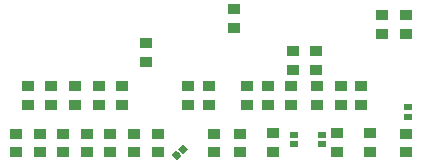
<source format=gtp>
G04 #@! TF.GenerationSoftware,KiCad,Pcbnew,(5.0.0-rc2-dev-707-g2ed24a4)*
G04 #@! TF.CreationDate,2018-05-18T15:55:42+01:00*
G04 #@! TF.ProjectId,pcie-probing-riser,706369652D70726F62696E672D726973,rev?*
G04 #@! TF.SameCoordinates,Original*
G04 #@! TF.FileFunction,Paste,Top*
G04 #@! TF.FilePolarity,Positive*
%FSLAX46Y46*%
G04 Gerber Fmt 4.6, Leading zero omitted, Abs format (unit mm)*
G04 Created by KiCad (PCBNEW (5.0.0-rc2-dev-707-g2ed24a4)) date Friday, 18 May 2018 at 15:55:42*
%MOMM*%
%LPD*%
G01*
G04 APERTURE LIST*
%ADD10R,1.000000X0.820000*%
%ADD11C,0.575000*%
%ADD12C,0.100000*%
%ADD13R,0.650000X0.575000*%
G04 APERTURE END LIST*
D10*
X0Y8200000D03*
X0Y9800000D03*
X1000000Y12200000D03*
X1000000Y13800000D03*
X2000000Y8200000D03*
X2000000Y9800000D03*
X3000000Y12200000D03*
X3000000Y13800000D03*
X4000000Y8200000D03*
X4000000Y9800000D03*
X5000000Y12200000D03*
X5000000Y13800000D03*
X6000000Y8200000D03*
X6000000Y9800000D03*
X7000000Y12200000D03*
X7000000Y13800000D03*
X8000000Y8200000D03*
X8000000Y9800000D03*
X9000000Y12200000D03*
X9000000Y13800000D03*
X10000000Y8200000D03*
X10000000Y9800000D03*
X11000000Y15900000D03*
X11000000Y17500000D03*
X12000000Y8200000D03*
X12000000Y9800000D03*
X14605000Y12200000D03*
X14605000Y13800000D03*
X16383000Y12200000D03*
X16383000Y13800000D03*
X16750000Y8200000D03*
X16750000Y9800000D03*
X18500000Y18750000D03*
X18500000Y20350000D03*
X19000000Y8200000D03*
X19000000Y9800000D03*
X19558000Y12250000D03*
X19558000Y13850000D03*
X21336000Y12200000D03*
X21336000Y13800000D03*
X21750000Y8250000D03*
X21750000Y9850000D03*
X23317200Y12192000D03*
X23317200Y13792000D03*
X23495000Y15202000D03*
X23495000Y16802000D03*
X25400000Y15200000D03*
X25400000Y16800000D03*
X25501600Y12204800D03*
X25501600Y13804800D03*
X27178000Y8250000D03*
X27178000Y9850000D03*
X27500000Y12200000D03*
X27500000Y13800000D03*
X29250000Y12200000D03*
X29250000Y13800000D03*
X30000000Y8250000D03*
X30000000Y9850000D03*
X31000000Y18200000D03*
X31000000Y19800000D03*
X33000000Y18200000D03*
X33000000Y19800000D03*
X33000000Y8200000D03*
X33000000Y9800000D03*
D11*
X14142404Y8503604D03*
D12*
G36*
X14168921Y8070501D02*
X13709301Y8530121D01*
X14115887Y8936707D01*
X14575507Y8477087D01*
X14168921Y8070501D01*
X14168921Y8070501D01*
G37*
D11*
X13594396Y7955596D03*
D12*
G36*
X13620913Y7522493D02*
X13161293Y7982113D01*
X13567879Y8388699D01*
X14027499Y7929079D01*
X13620913Y7522493D01*
X13620913Y7522493D01*
G37*
D13*
X23571200Y9683900D03*
X23571200Y8908900D03*
X25908000Y8908900D03*
X25908000Y9683900D03*
X33172400Y12020700D03*
X33172400Y11245700D03*
M02*

</source>
